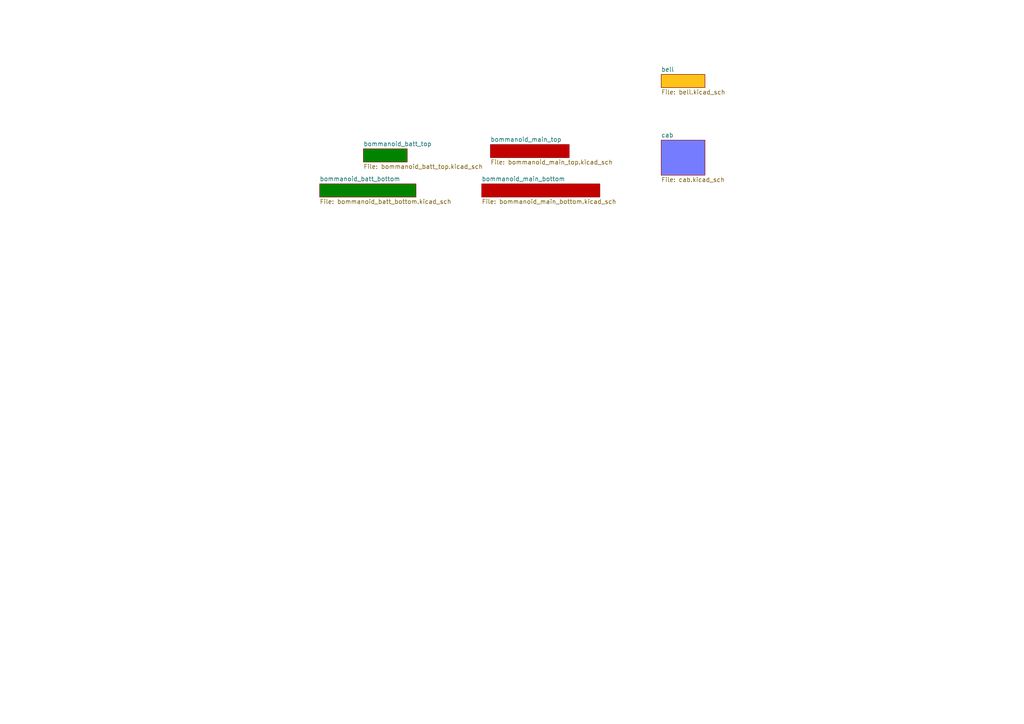
<source format=kicad_sch>
(kicad_sch (version 20211123) (generator eeschema)
  (paper "A4")
  (lib_symbols)
  (sheet (at 142.24 41.91) (size 22.86 3.81) (stroke (width 0.1524)) (fill (color 194 0 0 1.0000))
    (property "Sheet name" "bommanoid_main_top" (at 142.24 41.1984 0) (effects (justify left bottom)))
    (property "Sheet file" "bommanoid_main_top.kicad_sch" (at 142.24 46.3046 0) (effects (justify left top)))
  )
  (sheet (at 105.41 43.18) (size 12.7 3.81) (stroke (width 0.1524)) (fill (color 0 132 0 1.0000))
    (property "Sheet name" "bommanoid_batt_top" (at 105.41 42.4684 0) (effects (justify left bottom)))
    (property "Sheet file" "bommanoid_batt_top.kicad_sch" (at 105.41 47.5746 0) (effects (justify left top)))
  )
  (sheet (at 139.7 53.34) (size 34.29 3.81) (stroke (width 0.1524)) (fill (color 194 0 0 1.0000))
    (property "Sheet name" "bommanoid_main_bottom" (at 139.7 52.6284 0) (effects (justify left bottom)))
    (property "Sheet file" "bommanoid_main_bottom.kicad_sch" (at 139.7 57.7346 0) (effects (justify left top)))
  )
  (sheet (at 92.71 53.34) (size 27.94 3.81) (stroke (width 0.1524)) (fill (color 0 132 0 1.0000))
    (property "Sheet name" "bommanoid_batt_bottom" (at 92.71 52.6284 0) (effects (justify left bottom)))
    (property "Sheet file" "bommanoid_batt_bottom.kicad_sch" (at 92.71 57.7346 0) (effects (justify left top)))
  )
  (sheet (at 191.77 21.59) (size 12.7 3.81) (stroke (width 0.1524)) (fill (color 255 194 25 1.0000))
    (property "Sheet name" "bell" (at 191.77 20.8784 0) (effects (justify left bottom)))
    (property "Sheet file" "bell.kicad_sch" (at 191.77 25.9846 0) (effects (justify left top)))
  )
  (sheet (at 191.77 40.64) (size 12.7 10.16) (stroke (width 0.1524)) (fill (color 118 124 255 1.0000))
    (property "Sheet name" "cab" (at 191.77 39.9284 0) (effects (justify left bottom)))
    (property "Sheet file" "cab.kicad_sch" (at 191.77 51.3846 0) (effects (justify left top)))
  )
)
</source>
